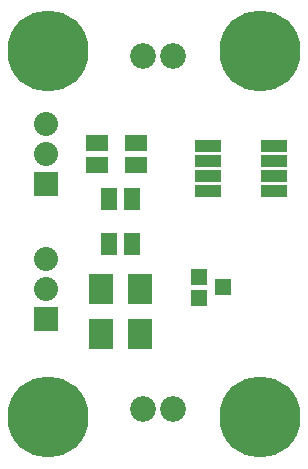
<source format=gts>
G04 (created by PCBNEW (2013-07-07 BZR 4022)-stable) date 1/5/2015 8:58:25 PM*
%MOIN*%
G04 Gerber Fmt 3.4, Leading zero omitted, Abs format*
%FSLAX34Y34*%
G01*
G70*
G90*
G04 APERTURE LIST*
%ADD10C,0.00590551*%
%ADD11C,0.27*%
%ADD12C,0.086*%
%ADD13R,0.056X0.056*%
%ADD14R,0.085X0.0436*%
%ADD15R,0.08X0.1*%
%ADD16R,0.075X0.055*%
%ADD17R,0.08X0.08*%
%ADD18C,0.08*%
%ADD19R,0.055X0.075*%
G04 APERTURE END LIST*
G54D10*
G54D11*
X8661Y-13779D03*
X1574Y-1574D03*
G54D12*
X4750Y-13500D03*
X5750Y-13500D03*
X5750Y-1750D03*
X4750Y-1750D03*
G54D13*
X6600Y-9800D03*
X6600Y-9100D03*
X7400Y-9450D03*
G54D14*
X9100Y-4750D03*
X6900Y-4750D03*
X9100Y-5250D03*
X9100Y-5750D03*
X9100Y-6250D03*
X6900Y-5250D03*
X6900Y-5750D03*
X6900Y-6250D03*
G54D15*
X3350Y-9500D03*
X4650Y-9500D03*
X3350Y-11000D03*
X4650Y-11000D03*
G54D16*
X4500Y-5375D03*
X4500Y-4625D03*
G54D17*
X1500Y-10500D03*
G54D18*
X1500Y-9500D03*
X1500Y-8500D03*
G54D17*
X1500Y-6000D03*
G54D18*
X1500Y-5000D03*
X1500Y-4000D03*
G54D19*
X3625Y-6500D03*
X4375Y-6500D03*
G54D16*
X3200Y-4625D03*
X3200Y-5375D03*
G54D19*
X3625Y-8000D03*
X4375Y-8000D03*
G54D11*
X1574Y-13779D03*
X8661Y-1574D03*
M02*

</source>
